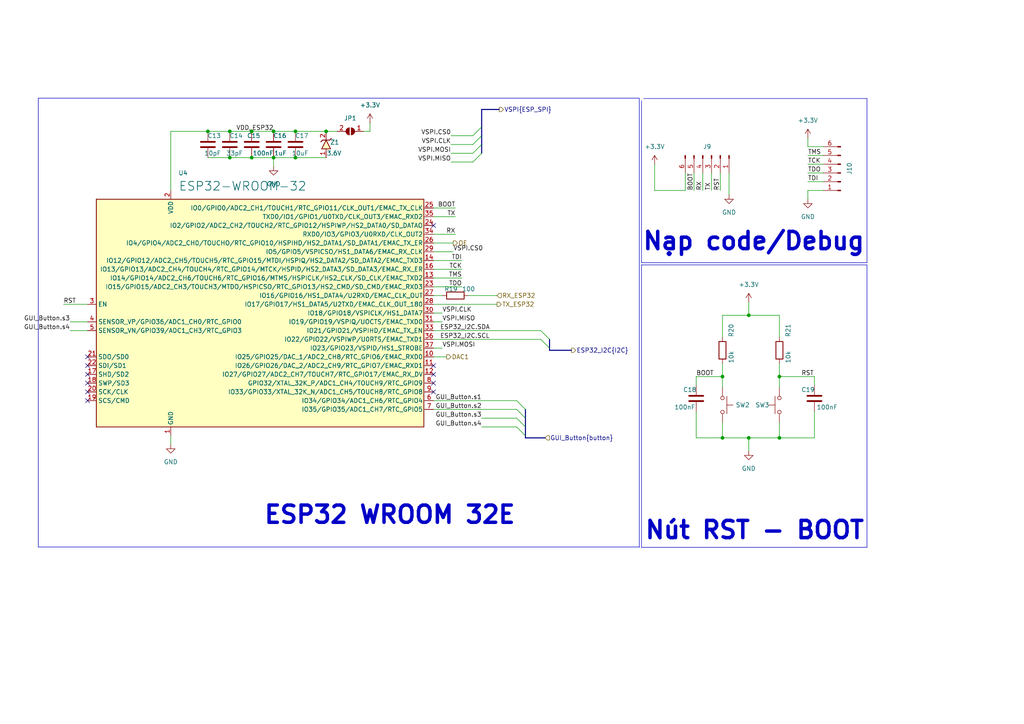
<source format=kicad_sch>
(kicad_sch (version 20231120) (generator "eeschema") (generator_version "8.0")
  (paper "A4")
  (lib_symbols
    (symbol "Connector:Conn_01x06_Male" (pin_names (offset 1.016) hide)
      (property "Reference" "J" (at 0 7.62 0))
      (property "Value" "Conn_01x06_Male" (at 0 -10.16 0))
      (symbol "Conn_01x06_Male_1_1"
        (polyline (pts (xy 1.27 -7.62) (xy 0.8636 -7.62)) (stroke (width 0.1524)))
        (polyline (pts (xy 1.27 -5.08) (xy 0.8636 -5.08)) (stroke (width 0.1524)))
        (polyline (pts (xy 1.27 -2.54) (xy 0.8636 -2.54)) (stroke (width 0.1524)))
        (polyline (pts (xy 1.27 0) (xy 0.8636 0)) (stroke (width 0.1524)))
        (polyline (pts (xy 1.27 2.54) (xy 0.8636 2.54)) (stroke (width 0.1524)))
        (polyline (pts (xy 1.27 5.08) (xy 0.8636 5.08)) (stroke (width 0.1524)))
        (rectangle (start 0.8636 -7.493) (end 0 -7.747) (stroke (width 0.1524)) (fill (type outline)))
        (rectangle (start 0.8636 -4.953) (end 0 -5.207) (stroke (width 0.1524)) (fill (type outline)))
        (rectangle (start 0.8636 -2.413) (end 0 -2.667) (stroke (width 0.1524)) (fill (type outline)))
        (rectangle (start 0.8636 0.127) (end 0 -0.127) (stroke (width 0.1524)) (fill (type outline)))
        (rectangle (start 0.8636 2.667) (end 0 2.413) (stroke (width 0.1524)) (fill (type outline)))
        (rectangle (start 0.8636 5.207) (end 0 4.953) (stroke (width 0.1524)) (fill (type outline)))
        (pin passive line (at 5.08 5.08 180) (length 3.81) (name "Pin_1") (number "1"))
        (pin passive line (at 5.08 2.54 180) (length 3.81) (name "Pin_2") (number "2"))
        (pin passive line (at 5.08 0 180) (length 3.81) (name "Pin_3") (number "3"))
        (pin passive line (at 5.08 -2.54 180) (length 3.81) (name "Pin_4") (number "4"))
        (pin passive line (at 5.08 -5.08 180) (length 3.81) (name "Pin_5") (number "5"))
        (pin passive line (at 5.08 -7.62 180) (length 3.81) (name "Pin_6") (number "6"))
      )
    )
    (symbol "Device:C" (pin_numbers hide) (pin_names (offset 0.254))
      (property "Reference" "C" (at 0.635 2.54 0))
      (property "Value" "C" (at 0.635 -2.54 0))
      (symbol "C_0_1"
        (polyline (pts (xy -2.032 -0.762) (xy 2.032 -0.762)) (stroke (width 0.508)))
        (polyline (pts (xy -2.032 0.762) (xy 2.032 0.762)) (stroke (width 0.508)))
      )
      (symbol "C_1_1"
        (pin passive line (at 0 3.81 270) (length 2.794) (name "~") (number "1"))
        (pin passive line (at 0 -3.81 90) (length 2.794) (name "~") (number "2"))
      )
    )
    (symbol "Device:R" (pin_numbers hide) (pin_names (offset 0))
      (property "Reference" "R" (at 2.032 0 90))
      (property "Value" "R" (at 0 0 90))
      (symbol "R_0_1"
        (rectangle (start -1.016 -2.54) (end 1.016 2.54) (stroke (width 0.254)))
      )
      (symbol "R_1_1"
        (pin passive line (at 0 3.81 270) (length 1.27) (name "~") (number "1"))
        (pin passive line (at 0 -3.81 90) (length 1.27) (name "~") (number "2"))
      )
    )
    (symbol "IVS_SYMBOLS:D_Zener"
      (property "Reference" "Z" (at 0 3.81 0))
      (property "Value" "D_Zener" (at 0 -3.302 0))
      (symbol "D_Zener_0_1"
        (polyline (pts (xy 0 -1.016) (xy -0.508 -1.524)) (stroke (width 0.254)))
        (polyline (pts (xy 0 1.016) (xy 0 -1.016)) (stroke (width 0.254)))
        (polyline (pts (xy 0 1.016) (xy 0.508 1.524)) (stroke (width 0.254)))
        (polyline (pts (xy 2.54 1.27) (xy 2.54 -1.27) (xy 0 0) (xy 2.54 1.27)) (stroke (width 0.254)) (fill (type background)))
      )
      (symbol "D_Zener_1_1"
        (pin passive line (at 5.08 0 180) (length 2.54) (name "") (number "1"))
        (pin passive line (at -2.54 0 0) (length 2.54) (name "") (number "2"))
      )
    )
    (symbol "Jumper:SolderJumper_2_Open" (pin_names (offset 0) hide)
      (property "Reference" "JP" (at 0 2.032 0))
      (property "Value" "SolderJumper_2_Open" (at 0 -2.54 0))
      (symbol "SolderJumper_2_Open_0_1"
        (arc (start -0.254 1.016) (mid -1.2656 0) (end -0.254 -1.016))
        (arc (start -0.254 1.016) (mid -1.2656 0) (end -0.254 -1.016) (fill (type outline)))
        (polyline (pts (xy -0.254 1.016) (xy -0.254 -1.016)))
        (polyline (pts (xy 0.254 1.016) (xy 0.254 -1.016)))
        (arc (start 0.254 -1.016) (mid 1.2656 0) (end 0.254 1.016))
        (arc (start 0.254 -1.016) (mid 1.2656 0) (end 0.254 1.016) (fill (type outline)))
      )
      (symbol "SolderJumper_2_Open_1_1"
        (pin passive line (at -3.81 0 0) (length 2.54) (name "A") (number "1"))
        (pin passive line (at 3.81 0 180) (length 2.54) (name "B") (number "2"))
      )
    )
    (symbol "SpiritBoi_Library:ESP32-WROOM-32"
      (property "Reference" "U" (at -68.58 36.83 0))
      (property "Value" "ESP32-WROOM-32" (at 31.75 38.1 0))
      (symbol "ESP32-WROOM-32_0_1"
        (rectangle (start -21.59 35.56) (end 73.406 -30.48) (stroke (width 0.254)) (fill (type background)))
      )
      (symbol "ESP32-WROOM-32_1_1"
        (pin power_in line (at 0 -33.02 90) (length 2.54) (name "GND") (number "1"))
        (pin bidirectional line (at 76.2 -10.16 180) (length 2.54) (name "IO25/GPIO25/DAC_1/ADC2_CH8/RTC_GPIO6/EMAC_RXD0") (number "10"))
        (pin bidirectional line (at 76.2 -12.7 180) (length 2.54) (name "IO26/GPIO26/DAC_2/ADC2_CH9/RTC_GPIO7/EMAC_RXD1") (number "11"))
        (pin bidirectional line (at 76.2 -15.24 180) (length 2.54) (name "IO27/GPIO27/ADC2_CH7/TOUCH7/RTC_GPIO17/EMAC_RX_DV") (number "12"))
        (pin bidirectional line (at 76.2 12.7 180) (length 2.54) (name "IO14/GPIO14/ADC2_CH6/TOUCH6/RTC_GPIO16/MTMS/HSPICLK/HS2_CLK/SD_CLK/EMAC_TXD2") (number "13"))
        (pin bidirectional line (at 76.2 17.78 180) (length 2.54) (name "IO12/GPIO12/ADC2_CH5/TOUCH5/RTC_GPIO15/MTDI/HSPIQ/HS2_DATA2/SD_DATA2/EMAC_TXD3") (number "14"))
        (pin passive line (at 0 -33.02 90) (length 2.54) hide (name "GND") (number "15"))
        (pin bidirectional line (at 76.2 15.24 180) (length 2.54) (name "IO13/GPIO13/ADC2_CH4/TOUCH4/RTC_GPIO14/MTCK/HSPID/HS2_DATA3/SD_DATA3/EMAC_RX_ER") (number "16"))
        (pin bidirectional line (at -24.13 -15.24 0) (length 2.54) (name "SHD/SD2") (number "17"))
        (pin bidirectional line (at -24.13 -17.78 0) (length 2.54) (name "SWP/SD3") (number "18"))
        (pin bidirectional line (at -24.13 -22.86 0) (length 2.54) (name "SCS/CMD") (number "19"))
        (pin power_in line (at 0 38.1 270) (length 2.54) (name "VDD") (number "2"))
        (pin bidirectional line (at -24.13 -20.32 0) (length 2.54) (name "SCK/CLK") (number "20"))
        (pin bidirectional line (at -24.13 -10.16 0) (length 2.54) (name "SDO/SD0") (number "21"))
        (pin bidirectional line (at -24.13 -12.7 0) (length 2.54) (name "SDI/SD1") (number "22"))
        (pin bidirectional line (at 76.2 10.16 180) (length 2.54) (name "IO15/GPIO15/ADC2_CH3/TOUCH3/MTDO/HSPICSO/RTC_GPIO13/HS2_CMD/SD_CMD/EMAC_RXD3") (number "23"))
        (pin bidirectional line (at 76.2 27.94 180) (length 2.54) (name "IO2/GPIO2/ADC2_CH2/TOUCH2/RTC_GPIO12/HSPIWP/HS2_DATA0/SD_DATAO") (number "24"))
        (pin bidirectional line (at 76.2 33.02 180) (length 2.54) (name "IO0/GPIO0/ADC2_CH1/TOUCH1/RTC_GPIO11/CLK_OUT1/EMAC_TX_CLK") (number "25"))
        (pin bidirectional line (at 76.2 22.86 180) (length 2.54) (name "IO4/GPIO4/ADC2_CH0/TOUCHO/RTC_GPIO10/HSPIHD/HS2_DATA1/SD_DATA1/EMAC_TX_ER") (number "26"))
        (pin bidirectional line (at 76.2 7.62 180) (length 2.54) (name "IO16/GPIO16/HS1_DATA4/U2RXD/EMAC_CLK_OUT") (number "27"))
        (pin bidirectional line (at 76.2 5.08 180) (length 2.54) (name "IO17/GPIO17/HS1_DATA5/U2TXD/EMAC_CLK_OUT_180") (number "28"))
        (pin bidirectional line (at 76.2 20.32 180) (length 2.54) (name "IO5/GPIO5/VSPICSO/HS1_DATA6/EMAC_RX_CLK") (number "29"))
        (pin input line (at -24.13 5.08 0) (length 2.54) (name "EN") (number "3"))
        (pin bidirectional line (at 76.2 2.54 180) (length 2.54) (name "IO18/GPIO18/VSPICLK/HS1_DATA7") (number "30"))
        (pin bidirectional line (at 76.2 0 180) (length 2.54) (name "IO19/GPIO19/VSPIQ/UOCTS/EMAC_TXD0") (number "31"))
        (pin no_connect line (at -71.12 -20.32 0) (length 2.54) hide (name "NC") (number "32"))
        (pin bidirectional line (at 76.2 -2.54 180) (length 2.54) (name "IO21/GPIO21/VSPIHD/EMAC_TX_EN") (number "33"))
        (pin bidirectional line (at 76.2 25.4 180) (length 2.54) (name "RXD0/IO3/GPIO3/U0RXD/CLK_OUT2") (number "34"))
        (pin bidirectional line (at 76.2 30.48 180) (length 2.54) (name "TXD0/IO1/GPIO1/U0TXD/CLK_OUT3/EMAC_RXD2") (number "35"))
        (pin bidirectional line (at 76.2 -5.08 180) (length 2.54) (name "IO22/GPIO22/VSPIWP/U0RTS/EMAC_TXD1") (number "36"))
        (pin bidirectional line (at 76.2 -7.62 180) (length 2.54) (name "IO23/GPIO23/VSPID/HS1_STROBE") (number "37"))
        (pin passive line (at 0 -33.02 90) (length 2.54) hide (name "GND") (number "38"))
        (pin passive line (at 0 -33.02 90) (length 2.54) hide (name "GND") (number "39"))
        (pin input line (at -24.13 0 0) (length 2.54) (name "SENSOR_VP/GPIO36/ADC1_CH0/RTC_GPIO0") (number "4"))
        (pin input line (at -24.13 -2.54 0) (length 2.54) (name "SENSOR_VN/GPIO39/ADC1_CH3/RTC_GPIO3") (number "5"))
        (pin input line (at 76.2 -22.86 180) (length 2.54) (name "IO34/GPIO34/ADC1_CH6/RTC_GPIO4") (number "6"))
        (pin input line (at 76.2 -25.4 180) (length 2.54) (name "IO35/GPIO35/ADC1_CH7/RTC_GPIO5") (number "7"))
        (pin bidirectional line (at 76.2 -17.78 180) (length 2.54) (name "GPIO32/XTAL_32K_P/ADC1_CH4/TOUCH9/RTC_GPIO9") (number "8"))
        (pin bidirectional line (at 76.2 -20.32 180) (length 2.54) (name "IO33/GPIO33/XTAL_32K_N/ADC1_CH5/TOUCH8/RTC_GPIO8") (number "9"))
      )
    )
    (symbol "Switch:SW_Push" (pin_numbers hide) (pin_names (offset 1.016) hide)
      (property "Reference" "SW" (at 1.27 2.54 0))
      (property "Value" "SW_Push" (at 0 -1.524 0))
      (symbol "SW_Push_0_1"
        (circle (center -2.032 0) (radius 0.508))
        (polyline (pts (xy 0 1.27) (xy 0 3.048)))
        (polyline (pts (xy 2.54 1.27) (xy -2.54 1.27)))
        (circle (center 2.032 0) (radius 0.508))
        (pin passive line (at -5.08 0 0) (length 2.54) (name "1") (number "1"))
        (pin passive line (at 5.08 0 180) (length 2.54) (name "2") (number "2"))
      )
    )
    (symbol "power:+3.3V" (power) (pin_numbers hide) (pin_names (offset 0) hide)
      (property "Value" "+3.3V" (at 0 3.556 0))
      (symbol "+3.3V_0_1"
        (polyline (pts (xy -0.762 1.27) (xy 0 2.54)))
        (polyline (pts (xy 0 0) (xy 0 2.54)))
        (polyline (pts (xy 0 2.54) (xy 0.762 1.27)))
      )
      (symbol "+3.3V_1_1"
        (pin power_in line (at 0 0 90) (length 0) (name "~") (number "1"))
      )
    )
    (symbol "power:GND" (power) (pin_names (offset 0))
      (property "Value" "GND" (at 0 -3.81 0))
      (symbol "GND_0_1"
        (polyline (pts (xy 0 0) (xy 0 -1.27) (xy 1.27 -1.27) (xy 0 -2.54) (xy -1.27 -1.27) (xy 0 -1.27)))
      )
      (symbol "GND_1_1"
        (pin power_in line (at 0 0 270) (length 0) hide (name "GND") (number "1"))
      )
    )
  )
  (bus_alias "ESP_SPI" (members "CS0" "CLK" "MOSI" "MISO"))
  (bus_alias "I2C" (members "SCL" "SDA"))
  (bus_alias "UART" (members "TX" "RX"))
  (bus_alias "button" (members "s1" "s2" "s3" "s4"))
  (junction (at 66.6496 45.72))
  (junction (at 85.6996 45.72))
  (junction (at 94.5896 38.1))
  (junction (at 209.55 127))
  (junction (at 226.06 109.22))
  (junction (at 79.3496 38.1))
  (junction (at 85.6996 38.1))
  (junction (at 209.55 109.22))
  (junction (at 72.9996 38.1))
  (junction (at 217.17 127))
  (junction (at 217.17 91.44))
  (junction (at 79.3496 45.72))
  (junction (at 72.9996 45.72))
  (junction (at 226.06 127))
  (junction (at 66.6496 38.1))
  (junction (at 60.2996 38.1))
  (no_connect (at 25.4 108.585))
  (no_connect (at 125.73 111.125))
  (no_connect (at 125.73 113.665))
  (no_connect (at 25.4 113.665))
  (no_connect (at 125.73 65.405))
  (no_connect (at 125.73 108.585))
  (no_connect (at 25.4 111.125))
  (no_connect (at 25.4 116.205))
  (no_connect (at 25.4 106.045))
  (no_connect (at 125.73 106.045))
  (no_connect (at 25.4 103.505))
  (bus_entry (at 149.86 116.205) (size 2.54 2.54))
  (bus_entry (at 137.16 46.99) (size 2.54 -2.54))
  (bus_entry (at 137.16 41.91) (size 2.54 -2.54))
  (bus_entry (at 137.16 39.37) (size 2.54 -2.54))
  (bus_entry (at 149.86 123.825) (size 2.54 2.54))
  (bus_entry (at 149.86 121.285) (size 2.54 2.54))
  (bus_entry (at 149.86 118.745) (size 2.54 2.54))
  (bus_entry (at 156.845 98.425) (size 2.54 2.54))
  (bus_entry (at 156.845 95.885) (size 2.54 2.54))
  (bus_entry (at 137.16 44.45) (size 2.54 -2.54))
  (polyline (pts (xy 185.42 28.575) (xy 185.42 158.75)))
  (wire (pts (xy 128.27 93.345) (xy 125.73 93.345)))
  (bus (pts (xy 159.385 98.425) (xy 159.385 100.965)))
  (wire (pts (xy 234.315 47.625) (xy 238.76 47.625)))
  (bus (pts (xy 152.4 121.285) (xy 152.4 123.825)))
  (wire (pts (xy 203.835 50.165) (xy 203.835 55.245)))
  (wire (pts (xy 72.9996 38.1) (xy 66.6496 38.1)))
  (polyline (pts (xy 11.0998 158.6484) (xy 185.42 158.6484)))
  (wire (pts (xy 125.73 88.265) (xy 144.145 88.265)))
  (polyline (pts (xy 185.42 28.4734) (xy 11.0998 28.4734)))
  (wire (pts (xy 94.5896 45.72) (xy 85.6996 45.72)))
  (wire (pts (xy 72.9996 45.72) (xy 66.6496 45.72)))
  (wire (pts (xy 125.73 103.505) (xy 129.54 103.505)))
  (wire (pts (xy 130.81 41.91) (xy 137.16 41.91)))
  (wire (pts (xy 125.73 116.205) (xy 149.86 116.205)))
  (wire (pts (xy 201.93 119.38) (xy 201.93 127)))
  (wire (pts (xy 49.53 55.245) (xy 49.53 38.1)))
  (wire (pts (xy 201.93 109.22) (xy 201.93 111.76)))
  (wire (pts (xy 94.5896 38.1) (xy 85.6996 38.1)))
  (wire (pts (xy 226.06 127) (xy 236.22 127)))
  (wire (pts (xy 238.76 45.085) (xy 234.315 45.085)))
  (wire (pts (xy 206.375 50.165) (xy 206.375 55.245)))
  (polyline (pts (xy 186.055 76.835) (xy 186.055 158.75)))
  (wire (pts (xy 236.22 111.76) (xy 236.22 109.22)))
  (wire (pts (xy 85.6996 38.1) (xy 79.3496 38.1)))
  (wire (pts (xy 133.985 75.565) (xy 125.73 75.565)))
  (wire (pts (xy 226.06 91.44) (xy 217.17 91.44)))
  (wire (pts (xy 201.93 127) (xy 209.55 127)))
  (wire (pts (xy 125.73 73.025) (xy 131.445 73.025)))
  (polyline (pts (xy 251.46 76.835) (xy 251.46 158.75)))
  (bus (pts (xy 152.4 127) (xy 158.115 127)))
  (bus (pts (xy 152.4 126.365) (xy 152.4 127)))
  (wire (pts (xy 209.55 109.22) (xy 209.55 112.395)))
  (wire (pts (xy 236.22 119.38) (xy 236.22 127)))
  (wire (pts (xy 125.73 70.485) (xy 131.445 70.485)))
  (wire (pts (xy 135.89 85.725) (xy 144.145 85.725)))
  (wire (pts (xy 130.81 39.37) (xy 137.16 39.37)))
  (wire (pts (xy 234.315 40.005) (xy 234.315 42.545)))
  (wire (pts (xy 130.81 44.45) (xy 137.16 44.45)))
  (wire (pts (xy 139.7 121.285) (xy 149.86 121.285)))
  (bus (pts (xy 139.7 39.37) (xy 139.7 36.83)))
  (polyline (pts (xy 186.055 158.75) (xy 251.46 158.75)))
  (wire (pts (xy 128.27 90.805) (xy 125.73 90.805)))
  (wire (pts (xy 20.32 93.345) (xy 25.4 93.345)))
  (wire (pts (xy 107.315 35.56) (xy 107.315 38.1)))
  (wire (pts (xy 234.315 55.245) (xy 234.315 57.785)))
  (wire (pts (xy 217.17 87.63) (xy 217.17 91.44)))
  (wire (pts (xy 217.17 127) (xy 226.06 127)))
  (wire (pts (xy 133.985 83.185) (xy 125.73 83.185)))
  (wire (pts (xy 211.455 50.165) (xy 211.455 56.515)))
  (polyline (pts (xy 186.055 29.21) (xy 186.055 76.2)))
  (bus (pts (xy 152.4 118.745) (xy 152.4 121.285)))
  (polyline (pts (xy 251.46 76.2) (xy 186.055 76.2)))
  (wire (pts (xy 79.3496 45.72) (xy 72.9996 45.72)))
  (wire (pts (xy 226.06 109.22) (xy 226.06 112.395)))
  (wire (pts (xy 85.6996 45.72) (xy 79.3496 45.72)))
  (wire (pts (xy 79.3496 45.72) (xy 79.3496 48.26)))
  (wire (pts (xy 125.73 62.865) (xy 132.08 62.865)))
  (wire (pts (xy 128.27 100.965) (xy 125.73 100.965)))
  (wire (pts (xy 226.06 122.555) (xy 226.06 127)))
  (wire (pts (xy 20.32 95.885) (xy 25.4 95.885)))
  (bus (pts (xy 139.7 31.75) (xy 144.78 31.75)))
  (bus (pts (xy 159.385 100.965) (xy 159.385 101.6)))
  (bus (pts (xy 159.385 101.6) (xy 165.735 101.6)))
  (wire (pts (xy 189.865 55.245) (xy 198.755 55.245)))
  (wire (pts (xy 49.53 38.1) (xy 60.2996 38.1)))
  (bus (pts (xy 139.7 36.83) (xy 139.7 31.75)))
  (wire (pts (xy 189.865 47.625) (xy 189.865 55.245)))
  (wire (pts (xy 209.55 105.41) (xy 209.55 109.22)))
  (bus (pts (xy 152.4 123.825) (xy 152.4 126.365)))
  (wire (pts (xy 105.41 38.1) (xy 107.315 38.1)))
  (wire (pts (xy 209.55 122.555) (xy 209.55 127)))
  (wire (pts (xy 198.755 50.165) (xy 198.755 55.245)))
  (wire (pts (xy 234.315 52.705) (xy 238.76 52.705)))
  (wire (pts (xy 201.93 109.22) (xy 209.55 109.22)))
  (wire (pts (xy 66.6496 45.72) (xy 60.2996 45.72)))
  (wire (pts (xy 125.73 67.945) (xy 132.08 67.945)))
  (polyline (pts (xy 186.055 76.835) (xy 251.46 76.835)))
  (wire (pts (xy 66.6496 38.1) (xy 60.2996 38.1)))
  (wire (pts (xy 133.985 78.105) (xy 125.73 78.105)))
  (bus (pts (xy 139.7 39.37) (xy 139.7 41.91)))
  (wire (pts (xy 201.295 50.165) (xy 201.295 55.245)))
  (wire (pts (xy 139.7 123.825) (xy 149.86 123.825)))
  (wire (pts (xy 125.73 98.425) (xy 156.845 98.425)))
  (polyline (pts (xy 251.46 28.575) (xy 251.46 76.2)))
  (wire (pts (xy 238.76 42.545) (xy 234.315 42.545)))
  (wire (pts (xy 125.73 95.885) (xy 156.845 95.885)))
  (wire (pts (xy 49.53 126.365) (xy 49.53 128.905)))
  (wire (pts (xy 97.79 38.1) (xy 94.5896 38.1)))
  (polyline (pts (xy 11.0998 28.4734) (xy 11.0998 158.6484)))
  (wire (pts (xy 226.06 97.79) (xy 226.06 91.44)))
  (wire (pts (xy 234.315 55.245) (xy 238.76 55.245)))
  (wire (pts (xy 226.06 109.22) (xy 236.22 109.22)))
  (wire (pts (xy 226.06 105.41) (xy 226.06 109.22)))
  (wire (pts (xy 125.73 118.745) (xy 149.86 118.745)))
  (bus (pts (xy 139.7 41.91) (xy 139.7 44.45)))
  (polyline (pts (xy 186.69 28.575) (xy 251.46 28.575)))
  (wire (pts (xy 209.55 127) (xy 217.17 127)))
  (wire (pts (xy 128.27 85.725) (xy 125.73 85.725)))
  (wire (pts (xy 217.17 91.44) (xy 209.55 91.44)))
  (wire (pts (xy 209.55 97.79) (xy 209.55 91.44)))
  (wire (pts (xy 133.985 80.645) (xy 125.73 80.645)))
  (wire (pts (xy 208.915 50.165) (xy 208.915 55.245)))
  (wire (pts (xy 234.315 50.165) (xy 238.76 50.165)))
  (wire (pts (xy 217.17 127) (xy 217.17 130.81)))
  (wire (pts (xy 18.415 88.265) (xy 25.4 88.265)))
  (wire (pts (xy 130.81 46.99) (xy 137.16 46.99)))
  (wire (pts (xy 125.73 60.325) (xy 132.08 60.325)))
  (wire (pts (xy 79.3496 38.1) (xy 72.9996 38.1)))
  (text "ESP32 WROOM 32E" (at 76.2 152.4 0) (effects (font (size 5 5) (thickness 1) (bold yes)) (justify left bottom)))
  (text "Nạp code/Debug" (at 186.055 73.025 0) (effects (font (size 5 5) (thickness 1) (bold yes)) (justify left bottom)))
  (text "Nút RST - BOOT" (at 186.69 156.845 0) (effects (font (size 5 5) (bold yes)) (justify left bottom)))
  (label "VSPI.CS0" (at 131.445 73.025 0))
  (label "VSPI.CLK" (at 128.27 90.805 0))
  (label "RST" (at 18.415 88.265 0))
  (label "VSPI.MOSI" (at 128.27 100.965 0))
  (label "RST" (at 208.915 55.245 90))
  (label "BOOT" (at 132.08 60.325 180))
  (label "TCK" (at 133.985 78.105 180))
  (label "TDI" (at 133.985 75.565 180))
  (label "TCK" (at 234.315 47.625 0))
  (label "VSPI.CLK" (at 130.81 41.91 180))
  (label "TDO" (at 234.315 50.165 0))
  (label "GUI_Button.s3" (at 20.32 93.345 180))
  (label "VDD_ESP32" (at 79.3496 38.1 180))
  (label "TDI" (at 234.315 52.705 0))
  (label "TMS" (at 133.985 80.645 180))
  (label "TDO" (at 133.985 83.185 180))
  (label "GUI_Button.s1" (at 139.7 116.205 180))
  (label "VSPI.CS0" (at 130.81 39.37 180))
  (label "GUI_Button.s4" (at 20.32 95.885 180))
  (label "ESP32_I2C.SDA" (at 127.635 95.885 0))
  (label "TMS" (at 234.315 45.085 0))
  (label "TX" (at 132.08 62.865 180))
  (label "RX" (at 132.08 67.945 180))
  (label "BOOT" (at 201.93 109.22 0))
  (label "VSPI.MISO" (at 130.81 46.99 180))
  (label "VSPI.MOSI" (at 130.81 44.45 180))
  (label "ESP32_I2C.SCL" (at 127.635 98.425 0))
  (label "TX" (at 206.375 55.245 90))
  (label "RST" (at 232.41 109.22 0))
  (label "BOOT" (at 201.295 55.245 90))
  (label "GUI_Button.s2" (at 139.7 118.745 180))
  (label "VSPI.MISO" (at 128.27 93.345 0))
  (label "GUI_Button.s4" (at 139.7 123.825 180))
  (label "RX" (at 203.835 55.245 90))
  (label "GUI_Button.s3" (at 139.7 121.285 180))
  (hierarchical_label "DAC1" (shape output) (at 129.54 103.505 0))
  (hierarchical_label "OE" (shape output) (at 131.445 70.485 0))
  (hierarchical_label "RX_ESP32" (shape input) (at 144.145 85.725 0))
  (hierarchical_label "ESP32_I2C{I2C}" (shape output) (at 165.735 101.6 0))
  (hierarchical_label "TX_ESP32" (shape output) (at 144.145 88.265 0))
  (hierarchical_label "GUI_Button{button}" (shape input) (at 158.115 127 0))
  (hierarchical_label "VSPI{ESP_SPI}" (shape output) (at 144.78 31.75 0))
  (symbol (lib_id "power:+3.3V") (at 234.315 40.005 0) (unit 1)
    (property "Reference" "#PWR027" (effects (hide yes)))
    (property "Value" "+3.3V" (at 234.315 34.925 0))
    (property "Description" "Power symbol creates a global label with name \"+3.3V\"" (effects (hide yes)))
  )
  (symbol (lib_id "Device:R") (at 132.08 85.725 90) (unit 1)
    (property "Reference" "R19" (at 130.81 83.82 90))
    (property "Value" "100" (at 135.89 83.82 90))
    (property "Footprint" "SpiritBoi_Footprint_Library:R_0603" (effects (hide yes)))
    (instances (project "DongTamV2" (path "" (reference "R19") (unit 1))) (project "dongtam" (path "" (reference "R?") (unit 1))))
  )
  (symbol (lib_id "power:+3.3V") (at 189.865 47.625 0) (unit 1)
    (property "Reference" "#PWR025" (effects (hide yes)))
    (property "Value" "+3.3V" (at 189.865 42.545 0))
    (property "Description" "Power symbol creates a global label with name \"+3.3V\"" (effects (hide yes)))
  )
  (symbol (lib_id "Device:C") (at 201.93 115.57 0) (unit 1)
    (property "Reference" "C18" (at 198.12 113.03 0) (effects (justify left)))
    (property "Value" "100nF" (at 195.58 118.11 0) (effects (justify left)))
    (property "Footprint" "SpiritBoi_Footprint_Library:C_0603" (effects (hide yes)))
    (instances (project "DongTamV2" (path "" (reference "C18") (unit 1))) (project "dongtam" (path "" (reference "C?") (unit 1))))
  )
  (symbol (lib_id "power:GND") (at 217.17 130.81 0) (unit 1)
    (property "Reference" "#PWR028" (effects (hide yes)))
    (property "Value" "GND" (at 217.17 135.89 0))
    (instances (project "DongTamV2" (path "" (reference "#PWR028") (unit 1))) (project "dongtam" (path "" (reference "#PWR?") (unit 1))))
  )
  (symbol (lib_id "Device:C") (at 236.22 115.57 0) (unit 1)
    (property "Reference" "C19" (at 232.41 113.03 0) (effects (justify left)))
    (property "Value" "100nF" (at 236.855 118.11 0) (effects (justify left)))
    (property "Footprint" "SpiritBoi_Footprint_Library:C_0603" (effects (hide yes)))
    (instances (project "DongTamV2" (path "" (reference "C19") (unit 1))) (project "dongtam" (path "" (reference "C?") (unit 1))))
  )
  (symbol (lib_id "Device:C") (at 79.3496 41.91 0) (mirror y) (unit 1)
    (property "Reference" "C16" (at 83.1596 39.37 0) (effects (justify left)))
    (property "Value" "1uF" (at 83.1596 44.45 0) (effects (justify left)))
    (property "Footprint" "SpiritBoi_Footprint_Library:C_0603" (effects (hide yes)))
    (instances (project "DongTamV2" (path "" (reference "C16") (unit 1))) (project "dongtam" (path "" (reference "C?") (unit 1))))
  )
  (symbol (lib_id "Device:R") (at 226.06 101.6 0) (unit 1)
    (property "Reference" "R21" (at 228.6 97.79 90) (effects (justify left)))
    (property "Value" "10k" (at 228.6 105.41 90) (effects (justify left)))
    (property "Footprint" "SpiritBoi_Footprint_Library:R_0603" (effects (hide yes)))
    (instances (project "DongTamV2" (path "" (reference "R21") (unit 1))) (project "dongtam" (path "" (reference "R?") (unit 1))))
  )
  (symbol (lib_id "Device:C") (at 85.6996 41.91 0) (mirror y) (unit 1)
    (property "Reference" "C17" (at 89.5096 39.37 0) (effects (justify left)))
    (property "Value" "10uF" (at 89.5096 44.45 0) (effects (justify left)))
    (property "Footprint" "SpiritBoi_Footprint_Library:C_0603" (effects (hide yes)))
    (instances (project "DongTamV2" (path "" (reference "C17") (unit 1))) (project "dongtam" (path "" (reference "C?") (unit 1))))
  )
  (symbol (lib_id "Switch:SW_Push") (at 209.55 117.475 270) (unit 1)
    (property "Reference" "SW2" (at 213.36 117.4749 90) (effects (justify left)))
    (property "Value" "PTS810" (effects (hide yes)))
    (property "Footprint" "SpiritBoi_Footprint_Library:ButtonPush-Vert-SMD-4P-SPST_PTS810" (effects (hide yes)))
    (instances (project "DongTamV2" (path "" (reference "SW2") (unit 1))) (project "dongtam" (path "" (reference "SW?") (unit 1))))
  )
  (symbol (lib_id "Device:C") (at 66.6496 41.91 0) (mirror y) (unit 1)
    (property "Reference" "C14" (at 70.4596 39.37 0) (effects (justify left)))
    (property "Value" "33pF" (at 70.4596 44.45 0) (effects (justify left)))
    (property "Footprint" "SpiritBoi_Footprint_Library:C_0603" (effects (hide yes)))
    (instances (project "DongTamV2" (path "" (reference "C14") (unit 1))) (project "dongtam" (path "" (reference "C?") (unit 1))))
  )
  (symbol (lib_id "SpiritBoi_Library:ESP32-WROOM-32") (at 49.53 93.345 0) (unit 1)
    (property "Reference" "U4" (at 51.7241 50.165 0) (effects (justify left)))
    (property "Value" "ESP32-WROOM-32" (at 51.7241 53.975 0) (effects (font (size 2.54 2.54)) (justify left)))
    (property "Footprint" "SpiritBoi_Footprint_Library:ESP32-WROOM-32" (effects (hide yes)))
    (property "Datasheet" "https://www.espressif.com/sites/default/files/documentation/esp32-wroom-32_datasheet_en.pdf" (effects (hide yes)))
    (property "Description" "RF Module, ESP32-D0WDQ6 SoC, Wi-Fi 802.11b/g/n, Bluetooth, BLE, 32-bit, 2.7-3.6V, onboard antenna, SMD" (effects (hide yes)))
  )
  (symbol (lib_id "IVS_SYMBOLS:D_Zener") (at 94.5896 40.64 90) (mirror x) (unit 1)
    (property "Reference" "Z1" (at 98.3996 41.275 90) (effects (justify left)))
    (property "Value" "3.6V" (at 99.06 44.45 90) (effects (justify left)))
    (property "Footprint" "SpiritBoi_Footprint_Library:Package-Diode-D_MiniMELF" (effects (hide yes)))
    (instances (project "DongTamV2" (path "" (reference "Z1") (unit 1))) (project "dongtam" (path "" (reference "Z?") (unit 1))))
  )
  (symbol (lib_id "power:GND") (at 79.3496 48.26 0) (mirror y) (unit 1)
    (property "Reference" "#PWR023" (effects (hide yes)))
    (property "Value" "GND" (at 79.3496 53.34 0))
    (instances (project "DongTamV2" (path "" (reference "#PWR023") (unit 1))) (project "dongtam" (path "" (reference "#PWR?") (unit 1))))
  )
  (symbol (lib_id "Jumper:SolderJumper_2_Open") (at 101.6 38.1 0) (mirror y) (unit 1) (in_bom no)
    (property "Reference" "JP1" (at 101.6 34.29 0))
    (property "Value" " " (effects (hide yes)))
    (property "Footprint" "Jumper:SolderJumper-2_P1.3mm_Open_RoundedPad1.0x1.5mm" (effects (hide yes)))
    (instances (project "DongTamV2" (path "" (reference "JP1") (unit 1))) (project "dongtam" (path "" (reference "JP?") (unit 1))))
  )
  (symbol (lib_id "power:GND") (at 234.315 57.785 0) (unit 1)
    (property "Reference" "#PWR030" (effects (hide yes)))
    (property "Value" "GND" (at 234.315 62.865 0))
    (instances (project "DongTamV2" (path "" (reference "#PWR030") (unit 1))) (project "dongtam" (path "" (reference "#PWR?") (unit 1))))
  )
  (symbol (lib_id "Device:R") (at 209.55 101.6 0) (unit 1)
    (property "Reference" "R20" (at 212.09 97.79 90) (effects (justify left)))
    (property "Value" "10k" (at 212.09 105.41 90) (effects (justify left)))
    (property "Footprint" "SpiritBoi_Footprint_Library:R_0603" (effects (hide yes)))
    (instances (project "DongTamV2" (path "" (reference "R20") (unit 1))) (project "dongtam" (path "" (reference "R?") (unit 1))))
  )
  (symbol (lib_id "Connector:Conn_01x06_Male") (at 206.375 45.085 270) (unit 1)
    (property "Reference" "J9" (at 205.105 42.545 90))
    (property "Value" "Conn_01x05_Male" (effects (hide yes)))
    (property "Footprint" "Connector_PinHeader_2.54mm:PinHeader_1x06_P2.54mm_Vertical" (effects (hide yes)))
    (instances (project "DongTamV2" (path "" (reference "J9") (unit 1))) (project "dongtam" (path "" (reference "J?") (unit 1))))
  )
  (symbol (lib_id "Connector:Conn_01x06_Male") (at 243.84 50.165 180) (unit 1)
    (property "Reference" "J10" (at 246.38 48.895 90))
    (property "Value" "Conn_01x05_Male" (effects (hide yes)))
    (property "Footprint" "Connector_PinHeader_2.54mm:PinHeader_1x06_P2.54mm_Vertical" (effects (hide yes)))
    (instances (project "DongTamV2" (path "" (reference "J10") (unit 1))) (project "dongtam" (path "" (reference "J?") (unit 1))))
  )
  (symbol (lib_id "Switch:SW_Push") (at 226.06 117.475 90) (unit 1)
    (property "Reference" "SW3" (at 219.075 117.475 90) (effects (justify right)))
    (property "Value" "PTS810" (effects (hide yes)))
    (property "Footprint" "SpiritBoi_Footprint_Library:ButtonPush-Vert-SMD-4P-SPST_PTS810" (effects (hide yes)))
    (instances (project "DongTamV2" (path "" (reference "SW3") (unit 1))) (project "dongtam" (path "" (reference "SW?") (unit 1))))
  )
  (symbol (lib_id "power:GND") (at 211.455 56.515 0) (unit 1)
    (property "Reference" "#PWR026" (effects (hide yes)))
    (property "Value" "GND" (at 211.455 61.595 0))
    (instances (project "DongTamV2" (path "" (reference "#PWR026") (unit 1))) (project "dongtam" (path "" (reference "#PWR?") (unit 1))))
  )
  (symbol (lib_id "Device:C") (at 72.9996 41.91 0) (mirror y) (unit 1)
    (property "Reference" "C15" (at 75.5396 39.37 0) (effects (justify left)))
    (property "Value" "100nF" (at 79.3496 44.45 0) (effects (justify left)))
    (property "Footprint" "SpiritBoi_Footprint_Library:C_0603" (effects (hide yes)))
    (instances (project "DongTamV2" (path "" (reference "C15") (unit 1))) (project "dongtam" (path "" (reference "C?") (unit 1))))
  )
  (symbol (lib_id "power:+3.3V") (at 217.17 87.63 0) (unit 1)
    (property "Reference" "#PWR024" (effects (hide yes)))
    (property "Value" "+3.3V" (at 217.17 82.55 0))
    (property "Description" "Power symbol creates a global label with name \"+3.3V\"" (effects (hide yes)))
  )
  (symbol (lib_id "Device:C") (at 60.2996 41.91 0) (mirror y) (unit 1)
    (property "Reference" "C13" (at 64.1096 39.37 0) (effects (justify left)))
    (property "Value" "10pF" (at 64.1096 44.45 0) (effects (justify left)))
    (property "Footprint" "SpiritBoi_Footprint_Library:C_0603" (effects (hide yes)))
    (instances (project "DongTamV2" (path "" (reference "C13") (unit 1))) (project "dongtam" (path "" (reference "C?") (unit 1))))
  )
  (symbol (lib_id "power:+3.3V") (at 107.315 35.56 0) (unit 1)
    (property "Reference" "#PWR0126" (effects (hide yes)))
    (property "Value" "+3.3V" (at 107.315 30.48 0))
    (property "Description" "Power symbol creates a global label with name \"+3.3V\"" (effects (hide yes)))
  )
  (symbol (lib_id "power:GND") (at 49.53 128.905 0) (unit 1)
    (property "Reference" "#PWR022" (effects (hide yes)))
    (property "Value" "GND" (at 49.53 133.985 0))
    (instances (project "DongTamV2" (path "" (reference "#PWR022") (unit 1))) (project "dongtam" (path "" (reference "#PWR?") (unit 1))))
  )
)
</source>
